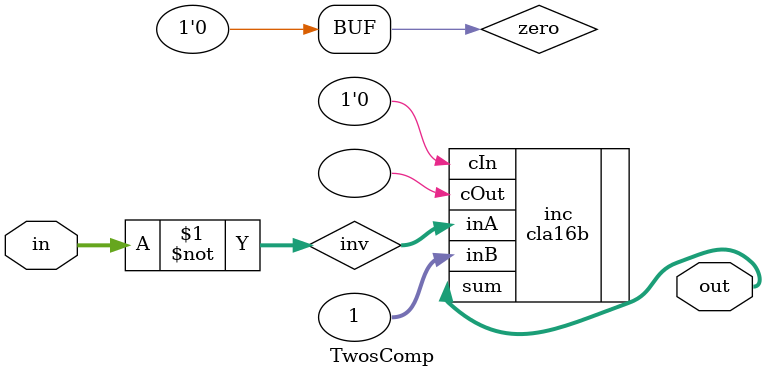
<source format=v>
`default_nettype none
module TwosComp(out, in);
    output wire[15:0] out;
    input wire[15:0] in;

    wire[15:0] inv;
    wire zero;

    assign zero = 0;
    assign inv = ~in;

    cla16b inc(.sum(out), .cOut(), .inA(inv), .inB(1), .cIn(zero));

endmodule
`default_nettype wire

</source>
